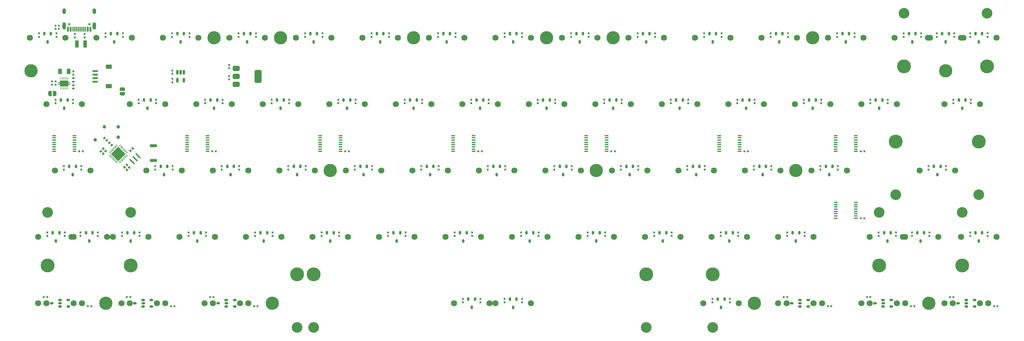
<source format=gbr>
%TF.GenerationSoftware,KiCad,Pcbnew,8.0.6*%
%TF.CreationDate,2024-11-22T07:15:31+07:00*%
%TF.ProjectId,Heart HE 60,48656172-7420-4484-9520-36302e6b6963,rev?*%
%TF.SameCoordinates,Original*%
%TF.FileFunction,Soldermask,Bot*%
%TF.FilePolarity,Negative*%
%FSLAX46Y46*%
G04 Gerber Fmt 4.6, Leading zero omitted, Abs format (unit mm)*
G04 Created by KiCad (PCBNEW 8.0.6) date 2024-11-22 07:15:31*
%MOMM*%
%LPD*%
G01*
G04 APERTURE LIST*
G04 Aperture macros list*
%AMRoundRect*
0 Rectangle with rounded corners*
0 $1 Rounding radius*
0 $2 $3 $4 $5 $6 $7 $8 $9 X,Y pos of 4 corners*
0 Add a 4 corners polygon primitive as box body*
4,1,4,$2,$3,$4,$5,$6,$7,$8,$9,$2,$3,0*
0 Add four circle primitives for the rounded corners*
1,1,$1+$1,$2,$3*
1,1,$1+$1,$4,$5*
1,1,$1+$1,$6,$7*
1,1,$1+$1,$8,$9*
0 Add four rect primitives between the rounded corners*
20,1,$1+$1,$2,$3,$4,$5,0*
20,1,$1+$1,$4,$5,$6,$7,0*
20,1,$1+$1,$6,$7,$8,$9,0*
20,1,$1+$1,$8,$9,$2,$3,0*%
%AMRotRect*
0 Rectangle, with rotation*
0 The origin of the aperture is its center*
0 $1 length*
0 $2 width*
0 $3 Rotation angle, in degrees counterclockwise*
0 Add horizontal line*
21,1,$1,$2,0,0,$3*%
%AMFreePoly0*
4,1,21,-0.125000,1.200000,0.125000,1.200000,0.125000,1.700000,0.375000,1.700000,0.375000,1.200000,0.825000,1.200000,0.825000,-1.200000,0.375000,-1.200000,0.375000,-1.700000,0.125000,-1.700000,0.125000,-1.200000,-0.125000,-1.200000,-0.125000,-1.700000,-0.375000,-1.700000,-0.375000,-1.200000,-0.825000,-1.200000,-0.825000,1.200000,-0.375000,1.200000,-0.375000,1.700000,-0.125000,1.700000,
-0.125000,1.200000,-0.125000,1.200000,$1*%
%AMFreePoly1*
4,1,19,0.500000,-0.750000,0.000000,-0.750000,0.000000,-0.744911,-0.071157,-0.744911,-0.207708,-0.704816,-0.327430,-0.627875,-0.420627,-0.520320,-0.479746,-0.390866,-0.500000,-0.250000,-0.500000,0.250000,-0.479746,0.390866,-0.420627,0.520320,-0.327430,0.627875,-0.207708,0.704816,-0.071157,0.744911,0.000000,0.744911,0.000000,0.750000,0.500000,0.750000,0.500000,-0.750000,0.500000,-0.750000,
$1*%
%AMFreePoly2*
4,1,19,0.000000,0.744911,0.071157,0.744911,0.207708,0.704816,0.327430,0.627875,0.420627,0.520320,0.479746,0.390866,0.500000,0.250000,0.500000,-0.250000,0.479746,-0.390866,0.420627,-0.520320,0.327430,-0.627875,0.207708,-0.704816,0.071157,-0.744911,0.000000,-0.744911,0.000000,-0.750000,-0.500000,-0.750000,-0.500000,0.750000,0.000000,0.750000,0.000000,0.744911,0.000000,0.744911,
$1*%
G04 Aperture macros list end*
%ADD10C,3.800000*%
%ADD11R,0.620000X0.560000*%
%ADD12R,0.560000X0.620000*%
%ADD13RoundRect,0.200000X-0.800000X0.200000X-0.800000X-0.200000X0.800000X-0.200000X0.800000X0.200000X0*%
%ADD14RotRect,0.560000X0.620000X225.000000*%
%ADD15C,1.750000*%
%ADD16RoundRect,0.150000X-0.150000X0.350000X-0.150000X-0.350000X0.150000X-0.350000X0.150000X0.350000X0*%
%ADD17R,1.000000X0.400000*%
%ADD18RoundRect,0.375000X-0.625000X-0.375000X0.625000X-0.375000X0.625000X0.375000X-0.625000X0.375000X0*%
%ADD19RoundRect,0.500000X-0.500000X-1.400000X0.500000X-1.400000X0.500000X1.400000X-0.500000X1.400000X0*%
%ADD20C,1.000000*%
%ADD21RotRect,0.400000X1.900000X225.000000*%
%ADD22RoundRect,0.150000X0.350000X0.150000X-0.350000X0.150000X-0.350000X-0.150000X0.350000X-0.150000X0*%
%ADD23C,3.987800*%
%ADD24C,3.048000*%
%ADD25RoundRect,0.050000X0.247487X-0.176777X-0.176777X0.247487X-0.247487X0.176777X0.176777X-0.247487X0*%
%ADD26RoundRect,0.050000X0.247487X0.176777X0.176777X0.247487X-0.247487X-0.176777X-0.176777X-0.247487X0*%
%ADD27RotRect,2.900000X2.900000X135.000000*%
%ADD28RotRect,0.560000X0.620000X315.000000*%
%ADD29RoundRect,0.060000X-0.060000X0.240000X-0.060000X-0.240000X0.060000X-0.240000X0.060000X0.240000X0*%
%ADD30FreePoly0,270.000000*%
%ADD31R,1.800000X1.200000*%
%ADD32R,1.550000X0.600000*%
%ADD33RotRect,0.560000X0.620000X135.000000*%
%ADD34R,1.000000X1.500000*%
%ADD35C,0.650000*%
%ADD36R,0.600000X1.450000*%
%ADD37R,0.300000X1.450000*%
%ADD38O,1.000000X1.600000*%
%ADD39O,1.000000X2.100000*%
%ADD40RoundRect,0.150000X-0.150000X0.512500X-0.150000X-0.512500X0.150000X-0.512500X0.150000X0.512500X0*%
%ADD41RoundRect,0.135000X-0.185000X0.135000X-0.185000X-0.135000X0.185000X-0.135000X0.185000X0.135000X0*%
%ADD42RoundRect,0.140000X0.170000X-0.140000X0.170000X0.140000X-0.170000X0.140000X-0.170000X-0.140000X0*%
%ADD43FreePoly1,270.000000*%
%ADD44FreePoly2,270.000000*%
%ADD45FreePoly1,0.000000*%
%ADD46FreePoly2,0.000000*%
%ADD47R,1.140000X2.030000*%
G04 APERTURE END LIST*
D10*
%TO.C,H11*%
X219075000Y0D03*
%TD*%
%TO.C,H13*%
X214312500Y-38100000D03*
%TD*%
%TO.C,H14*%
X64293750Y-76200000D03*
%TD*%
%TO.C,H10*%
X161925000Y0D03*
%TD*%
%TO.C,H4*%
X80962500Y-38100000D03*
%TD*%
%TO.C,H18*%
X257175000Y-9525000D03*
%TD*%
%TO.C,H6*%
X16668750Y-76200000D03*
%TD*%
%TO.C,H12*%
X-4762500Y-9525000D03*
%TD*%
%TO.C,H8*%
X142875000Y0D03*
%TD*%
%TO.C,H17*%
X252412500Y-76200000D03*
%TD*%
%TO.C,H9*%
X104775000Y0D03*
%TD*%
%TO.C,H15*%
X202406250Y-76200000D03*
%TD*%
%TO.C,H5*%
X66675000Y0D03*
%TD*%
%TO.C,H3*%
X47625000Y0D03*
%TD*%
%TO.C,H7*%
X157162500Y-38100000D03*
%TD*%
D11*
%TO.C,C33*%
X35600000Y270000D03*
X35600000Y1230000D03*
%TD*%
%TO.C,C73*%
X159662500Y-56880000D03*
X159662500Y-55920000D03*
%TD*%
D12*
%TO.C,C160*%
X258457500Y-74450000D03*
X259417500Y-74450000D03*
%TD*%
D13*
%TO.C,SW1*%
X30300000Y-31000000D03*
X30300000Y-35200000D03*
%TD*%
D11*
%TO.C,C60*%
X150137500Y-37830000D03*
X150137500Y-36870000D03*
%TD*%
D14*
%TO.C,C13*%
X22701357Y-36533623D03*
X22022535Y-37212445D03*
%TD*%
D15*
%TO.C,U25*%
X47942499Y-57150000D03*
X37782501Y-57150000D03*
D16*
X41912500Y-55995000D03*
X42862500Y-58345000D03*
X43812500Y-55995000D03*
%TD*%
D11*
%TO.C,C22*%
X21550000Y270000D03*
X21550000Y1230000D03*
%TD*%
D15*
%TO.C,U23*%
X52704999Y-19050000D03*
X42545001Y-19050000D03*
D16*
X46675000Y-17895000D03*
X47625000Y-20245000D03*
X48575000Y-17895000D03*
%TD*%
D17*
%TO.C,U56*%
X192362500Y-32635938D03*
X192362500Y-31985938D03*
X192362500Y-31335938D03*
X192362500Y-30685938D03*
X192362500Y-30035938D03*
X192362500Y-29385938D03*
X192362500Y-28735938D03*
X192362500Y-28085938D03*
X198162500Y-28085938D03*
X198162500Y-28735938D03*
X198162500Y-29385938D03*
X198162500Y-30035938D03*
X198162500Y-30685938D03*
X198162500Y-31335938D03*
X198162500Y-31985938D03*
X198162500Y-32635938D03*
%TD*%
D11*
%TO.C,C125*%
X126087500Y-37830000D03*
X126087500Y-36870000D03*
%TD*%
%TO.C,C23*%
X31075000Y-18780000D03*
X31075000Y-17820000D03*
%TD*%
D18*
%TO.C,U63*%
X54000000Y-13384344D03*
X54000000Y-11084344D03*
D19*
X60300000Y-11084344D03*
D18*
X54000000Y-8784344D03*
%TD*%
D20*
%TO.C,TP3*%
X13600000Y-29334344D03*
%TD*%
D11*
%TO.C,C18*%
X9643750Y-37830000D03*
X9643750Y-36870000D03*
%TD*%
%TO.C,C123*%
X164187500Y-37830000D03*
X164187500Y-36870000D03*
%TD*%
%TO.C,C17*%
X7262500Y-18780000D03*
X7262500Y-17820000D03*
%TD*%
D15*
%TO.C,U30*%
X76517499Y-38100000D03*
X66357501Y-38100000D03*
D16*
X70487500Y-36945000D03*
X71437500Y-39295000D03*
X72387500Y-36945000D03*
%TD*%
D11*
%TO.C,C105*%
X178475000Y-18780000D03*
X178475000Y-17820000D03*
%TD*%
%TO.C,C99*%
X121325000Y-18780000D03*
X121325000Y-17820000D03*
%TD*%
%TO.C,R3*%
X10550000Y115344D03*
X10550000Y1075344D03*
%TD*%
%TO.C,C122*%
X49887500Y-37830000D03*
X49887500Y-36870000D03*
%TD*%
%TO.C,C71*%
X183475000Y-18780000D03*
X183475000Y-17820000D03*
%TD*%
D21*
%TO.C,Y1*%
X25897479Y-33903186D03*
X25048951Y-34751714D03*
X24200423Y-35600242D03*
%TD*%
D15*
%TO.C,U66*%
X190817499Y-38100000D03*
X180657501Y-38100000D03*
D16*
X184787500Y-36945000D03*
X185737500Y-39295000D03*
X186687500Y-36945000D03*
%TD*%
D11*
%TO.C,C44*%
X92750000Y270000D03*
X92750000Y1230000D03*
%TD*%
%TO.C,C19*%
X4881250Y-56880000D03*
X4881250Y-55920000D03*
%TD*%
D12*
%TO.C,C5*%
X124342500Y-32635938D03*
X123382500Y-32635938D03*
%TD*%
D15*
%TO.C,U75*%
X7461250Y-57150000D03*
X-2698750Y-57150000D03*
D16*
X1431250Y-55995000D03*
X2381250Y-58345000D03*
X3331250Y-55995000D03*
%TD*%
D11*
%TO.C,C24*%
X35837500Y-37830000D03*
X35837500Y-36870000D03*
%TD*%
D15*
%TO.C,U72*%
X209867499Y-38100000D03*
X199707501Y-38100000D03*
D16*
X203837500Y-36945000D03*
X204787500Y-39295000D03*
X205737500Y-36945000D03*
%TD*%
D11*
%TO.C,C117*%
X2262500Y-18780000D03*
X2262500Y-17820000D03*
%TD*%
%TO.C,C30*%
X54887500Y-37830000D03*
X54887500Y-36870000D03*
%TD*%
D15*
%TO.C,U79*%
X219392499Y-57150000D03*
X209232501Y-57150000D03*
D16*
X213362500Y-55995000D03*
X214312500Y-58345000D03*
X215262500Y-55995000D03*
%TD*%
D11*
%TO.C,C128*%
X68937500Y-37830000D03*
X68937500Y-36870000D03*
%TD*%
D15*
%TO.C,U68*%
X267017500Y-76200000D03*
X256857500Y-76200000D03*
D22*
X263092500Y-75250000D03*
X260742500Y-76200000D03*
X263092500Y-77150000D03*
%TD*%
D11*
%TO.C,C56*%
X254675000Y270000D03*
X254675000Y1230000D03*
%TD*%
D17*
%TO.C,U45*%
X116162500Y-32635938D03*
X116162500Y-31985938D03*
X116162500Y-31335938D03*
X116162500Y-30685938D03*
X116162500Y-30035938D03*
X116162500Y-29385938D03*
X116162500Y-28735938D03*
X116162500Y-28085938D03*
X121962500Y-28085938D03*
X121962500Y-28735938D03*
X121962500Y-29385938D03*
X121962500Y-30035938D03*
X121962500Y-30685938D03*
X121962500Y-31335938D03*
X121962500Y-31985938D03*
X121962500Y-32635938D03*
%TD*%
D11*
%TO.C,C50*%
X247531250Y-56880000D03*
X247531250Y-55920000D03*
%TD*%
%TO.C,C35*%
X69175000Y-18780000D03*
X69175000Y-17820000D03*
%TD*%
%TO.C,C36*%
X73937500Y-37830000D03*
X73937500Y-36870000D03*
%TD*%
D15*
%TO.C,U55*%
X143192499Y-57150000D03*
X133032501Y-57150000D03*
D16*
X137162500Y-55995000D03*
X138112500Y-58345000D03*
X139062500Y-55995000D03*
%TD*%
D11*
%TO.C,C58*%
X135850000Y270000D03*
X135850000Y1230000D03*
%TD*%
D15*
%TO.C,U82*%
X233679999Y0D03*
X223520001Y0D03*
D16*
X227650000Y1155000D03*
X228600000Y-1195000D03*
X229550000Y1155000D03*
%TD*%
D12*
%TO.C,C173*%
X272048750Y-77050000D03*
X271088750Y-77050000D03*
%TD*%
D15*
%TO.C,U77*%
X224154999Y-19050000D03*
X213995001Y-19050000D03*
D16*
X218125000Y-17895000D03*
X219075000Y-20245000D03*
X220025000Y-17895000D03*
%TD*%
D11*
%TO.C,C75*%
X245150000Y270000D03*
X245150000Y1230000D03*
%TD*%
D12*
%TO.C,C171*%
X60117500Y-77050000D03*
X59157500Y-77050000D03*
%TD*%
D11*
%TO.C,C129*%
X87987500Y-37830000D03*
X87987500Y-36870000D03*
%TD*%
D12*
%TO.C,C176*%
X224423750Y-77050000D03*
X223463750Y-77050000D03*
%TD*%
D11*
%TO.C,C127*%
X30837500Y-37830000D03*
X30837500Y-36870000D03*
%TD*%
D15*
%TO.C,U58*%
X157479999Y0D03*
X147320001Y0D03*
D16*
X151450000Y1155000D03*
X152400000Y-1195000D03*
X153350000Y1155000D03*
%TD*%
D15*
%TO.C,U31*%
X66992499Y-57150000D03*
X56832501Y-57150000D03*
D16*
X60962500Y-55995000D03*
X61912500Y-58345000D03*
X62862500Y-55995000D03*
%TD*%
D15*
%TO.C,U89*%
X267017500Y-19050000D03*
X256857500Y-19050000D03*
D16*
X260987500Y-17895000D03*
X261937500Y-20245000D03*
X262887500Y-17895000D03*
%TD*%
D15*
%TO.C,U37*%
X86042499Y-57150000D03*
X75882501Y-57150000D03*
D16*
X80012500Y-55995000D03*
X80962500Y-58345000D03*
X81912500Y-55995000D03*
%TD*%
D15*
%TO.C,U18*%
X38417499Y-38100000D03*
X28257501Y-38100000D03*
D16*
X32387500Y-36945000D03*
X33337500Y-39295000D03*
X34287500Y-36945000D03*
%TD*%
D11*
%TO.C,C66*%
X169187500Y-37830000D03*
X169187500Y-36870000D03*
%TD*%
%TO.C,C141*%
X59412500Y-56880000D03*
X59412500Y-55920000D03*
%TD*%
D15*
%TO.C,U65*%
X186054999Y-19050000D03*
X175895001Y-19050000D03*
D16*
X180025000Y-17895000D03*
X180975000Y-20245000D03*
X181925000Y-17895000D03*
%TD*%
D11*
%TO.C,C72*%
X188237500Y-37830000D03*
X188237500Y-36870000D03*
%TD*%
%TO.C,C41*%
X88225000Y-18780000D03*
X88225000Y-17820000D03*
%TD*%
%TO.C,C95*%
X264437500Y-18780000D03*
X264437500Y-17820000D03*
%TD*%
D15*
%TO.C,U10*%
X5079999Y0D03*
X-5079999Y0D03*
D16*
X-950000Y1155000D03*
X0Y-1195000D03*
X950000Y1155000D03*
%TD*%
D11*
%TO.C,C34*%
X59650000Y270000D03*
X59650000Y1230000D03*
%TD*%
D12*
%TO.C,C155*%
X86242500Y-32635938D03*
X85282500Y-32635938D03*
%TD*%
%TO.C,C151*%
X233880000Y-32635938D03*
X232920000Y-32635938D03*
%TD*%
D15*
%TO.C,U26*%
X55086250Y-76200000D03*
X44926250Y-76200000D03*
D22*
X51161250Y-75250000D03*
X48811250Y-76200000D03*
X51161250Y-77150000D03*
%TD*%
D15*
%TO.C,U12*%
X12223750Y-38100000D03*
X2063750Y-38100000D03*
D16*
X6193750Y-36945000D03*
X7143750Y-39295000D03*
X8093750Y-36945000D03*
%TD*%
D11*
%TO.C,C28*%
X40600000Y270000D03*
X40600000Y1230000D03*
%TD*%
D15*
%TO.C,U83*%
X243204999Y-19050000D03*
X233045001Y-19050000D03*
D16*
X237175000Y-17895000D03*
X238125000Y-20245000D03*
X239075000Y-17895000D03*
%TD*%
D11*
%TO.C,C140*%
X135612500Y-56880000D03*
X135612500Y-55920000D03*
%TD*%
D23*
%TO.C,U33*%
X23812500Y-65405000D03*
D24*
X23812500Y-50165000D03*
D15*
X16986250Y-57150000D03*
X6826250Y-57150000D03*
D23*
X0Y-65405000D03*
D24*
X0Y-50165000D03*
D16*
X10956250Y-55995000D03*
X11906250Y-58345000D03*
X12856250Y-55995000D03*
%TD*%
D11*
%TO.C,C96*%
X102275000Y-18780000D03*
X102275000Y-17820000D03*
%TD*%
D25*
%TO.C,U27*%
X22644788Y-33761764D03*
X22361945Y-34044607D03*
X22079103Y-34327449D03*
X21796260Y-34610292D03*
X21513417Y-34893135D03*
X21230574Y-35175978D03*
X20947732Y-35458820D03*
X20664889Y-35741663D03*
D26*
X19816361Y-35741663D03*
X19533518Y-35458820D03*
X19250676Y-35175978D03*
X18967833Y-34893135D03*
X18684990Y-34610292D03*
X18402147Y-34327449D03*
X18119305Y-34044607D03*
X17836462Y-33761764D03*
D25*
X17836462Y-32913236D03*
X18119305Y-32630393D03*
X18402147Y-32347551D03*
X18684990Y-32064708D03*
X18967833Y-31781865D03*
X19250676Y-31499022D03*
X19533518Y-31216180D03*
X19816361Y-30933337D03*
D26*
X20664889Y-30933337D03*
X20947732Y-31216180D03*
X21230574Y-31499022D03*
X21513417Y-31781865D03*
X21796260Y-32064708D03*
X22079103Y-32347551D03*
X22361945Y-32630393D03*
X22644788Y-32913236D03*
D27*
X20240625Y-33337500D03*
%TD*%
D11*
%TO.C,C43*%
X64412500Y-56880000D03*
X64412500Y-55920000D03*
%TD*%
D12*
%TO.C,C2*%
X10042500Y-32635938D03*
X9082500Y-32635938D03*
%TD*%
D11*
%TO.C,C156*%
X252531250Y-56880000D03*
X252531250Y-55920000D03*
%TD*%
%TO.C,C93*%
X26075000Y-18780000D03*
X26075000Y-17820000D03*
%TD*%
%TO.C,C130*%
X4643750Y-37830000D03*
X4643750Y-36870000D03*
%TD*%
D12*
%TO.C,C14*%
X1282500Y-13496875D03*
X2242500Y-13496875D03*
%TD*%
D11*
%TO.C,C89*%
X240625000Y-18780000D03*
X240625000Y-17820000D03*
%TD*%
%TO.C,C177*%
X135850000Y-75930000D03*
X135850000Y-74970000D03*
%TD*%
%TO.C,C63*%
X149900000Y270000D03*
X149900000Y1230000D03*
%TD*%
%TO.C,C88*%
X231100000Y270000D03*
X231100000Y1230000D03*
%TD*%
D17*
%TO.C,U51*%
X154262500Y-32635938D03*
X154262500Y-31985938D03*
X154262500Y-31335938D03*
X154262500Y-30685938D03*
X154262500Y-30035938D03*
X154262500Y-29385938D03*
X154262500Y-28735938D03*
X154262500Y-28085938D03*
X160062500Y-28085938D03*
X160062500Y-28735938D03*
X160062500Y-29385938D03*
X160062500Y-30035938D03*
X160062500Y-30685938D03*
X160062500Y-31335938D03*
X160062500Y-31985938D03*
X160062500Y-32635938D03*
%TD*%
D15*
%TO.C,U17*%
X33654999Y-19050000D03*
X23495001Y-19050000D03*
D16*
X27625000Y-17895000D03*
X28575000Y-20245000D03*
X29525000Y-17895000D03*
%TD*%
D12*
%TO.C,C4*%
X233880000Y-51785938D03*
X232920000Y-51785938D03*
%TD*%
D11*
%TO.C,C37*%
X45362500Y-56880000D03*
X45362500Y-55920000D03*
%TD*%
D20*
%TO.C,TP4*%
X20240625Y-28537500D03*
%TD*%
D11*
%TO.C,C137*%
X192762500Y-56880000D03*
X192762500Y-55920000D03*
%TD*%
%TO.C,C168*%
X14406250Y-56880000D03*
X14406250Y-55920000D03*
%TD*%
D23*
%TO.C,U3*%
X269081250Y-8255000D03*
D24*
X269081250Y6985000D03*
D15*
X262255000Y0D03*
X252095000Y0D03*
D23*
X245268750Y-8255000D03*
D24*
X245268750Y6985000D03*
D16*
X256225000Y1155000D03*
X257175000Y-1195000D03*
X258125000Y1155000D03*
%TD*%
D11*
%TO.C,C113*%
X252293750Y-37830000D03*
X252293750Y-36870000D03*
%TD*%
D28*
%TO.C,C10*%
X17638473Y-30169662D03*
X18317295Y-30848484D03*
%TD*%
D17*
%TO.C,U62*%
X225700000Y-32635938D03*
X225700000Y-31985938D03*
X225700000Y-31335938D03*
X225700000Y-30685938D03*
X225700000Y-30035938D03*
X225700000Y-29385938D03*
X225700000Y-28735938D03*
X225700000Y-28085938D03*
X231500000Y-28085938D03*
X231500000Y-28735938D03*
X231500000Y-29385938D03*
X231500000Y-30035938D03*
X231500000Y-30685938D03*
X231500000Y-31335938D03*
X231500000Y-31985938D03*
X231500000Y-32635938D03*
%TD*%
D11*
%TO.C,C52*%
X116800000Y270000D03*
X116800000Y1230000D03*
%TD*%
%TO.C,C51*%
X-2500000Y270000D03*
X-2500000Y1230000D03*
%TD*%
%TO.C,C85*%
X197762500Y-56880000D03*
X197762500Y-55920000D03*
%TD*%
%TO.C,C31*%
X26312500Y-56880000D03*
X26312500Y-55920000D03*
%TD*%
%TO.C,C124*%
X145137500Y-37830000D03*
X145137500Y-36870000D03*
%TD*%
D15*
%TO.C,U34*%
X81279999Y0D03*
X71120001Y0D03*
D16*
X75250000Y1155000D03*
X76200000Y-1195000D03*
X77150000Y1155000D03*
%TD*%
D15*
%TO.C,U35*%
X90804999Y-19050000D03*
X80645001Y-19050000D03*
D16*
X84775000Y-17895000D03*
X85725000Y-20245000D03*
X86675000Y-17895000D03*
%TD*%
D11*
%TO.C,C53*%
X126325000Y-18780000D03*
X126325000Y-17820000D03*
%TD*%
%TO.C,C80*%
X226100000Y270000D03*
X226100000Y1230000D03*
%TD*%
%TO.C,C107*%
X243006250Y-56880000D03*
X243006250Y-55920000D03*
%TD*%
%TO.C,C139*%
X154662500Y-56880000D03*
X154662500Y-55920000D03*
%TD*%
D12*
%TO.C,C6*%
X48142500Y-32635938D03*
X47182500Y-32635938D03*
%TD*%
D11*
%TO.C,C7*%
X7362500Y-9616875D03*
X7362500Y-10576875D03*
%TD*%
%TO.C,C143*%
X97512500Y-56880000D03*
X97512500Y-55920000D03*
%TD*%
%TO.C,C111*%
X197525000Y-18780000D03*
X197525000Y-17820000D03*
%TD*%
D15*
%TO.C,U6*%
X57467500Y-76200000D03*
X47307500Y-76200000D03*
D22*
X53542500Y-75250000D03*
X51192500Y-76200000D03*
X53542500Y-77150000D03*
%TD*%
D11*
%TO.C,C76*%
X193000000Y270000D03*
X193000000Y1230000D03*
%TD*%
D29*
%TO.C,U85*%
X3762500Y-11696875D03*
X4262500Y-11696875D03*
X4762500Y-11696875D03*
X5262500Y-11696875D03*
X5762500Y-11696875D03*
X5762500Y-14496875D03*
X5262500Y-14496875D03*
X4762500Y-14496875D03*
X4262500Y-14496875D03*
X3762500Y-14496875D03*
D30*
X4762500Y-13096875D03*
%TD*%
D12*
%TO.C,C169*%
X12492500Y-77050000D03*
X11532500Y-77050000D03*
%TD*%
D11*
%TO.C,C45*%
X111800000Y270000D03*
X111800000Y1230000D03*
%TD*%
%TO.C,C67*%
X140612500Y-56880000D03*
X140612500Y-55920000D03*
%TD*%
%TO.C,C133*%
X40362500Y-56880000D03*
X40362500Y-55920000D03*
%TD*%
%TO.C,C29*%
X50125000Y-18780000D03*
X50125000Y-17820000D03*
%TD*%
D15*
%TO.C,U36*%
X95567499Y-38100000D03*
X85407501Y-38100000D03*
D16*
X89537500Y-36945000D03*
X90487500Y-39295000D03*
X91437500Y-36945000D03*
%TD*%
D15*
%TO.C,U70*%
X195579999Y0D03*
X185420001Y0D03*
D16*
X189550000Y1155000D03*
X190500000Y-1195000D03*
X191450000Y1155000D03*
%TD*%
D15*
%TO.C,U8*%
X219392500Y-76200000D03*
X209232500Y-76200000D03*
D22*
X215467500Y-75250000D03*
X213117500Y-76200000D03*
X215467500Y-77150000D03*
%TD*%
D15*
%TO.C,U43*%
X105092499Y-57150000D03*
X94932501Y-57150000D03*
D16*
X99062500Y-55995000D03*
X100012500Y-58345000D03*
X100962500Y-55995000D03*
%TD*%
D15*
%TO.C,U15*%
X197961250Y-76200000D03*
X187801250Y-76200000D03*
D16*
X191931250Y-75045000D03*
X192881250Y-77395000D03*
X193831250Y-75045000D03*
%TD*%
D11*
%TO.C,R2*%
X7799999Y115344D03*
X7799999Y1075344D03*
%TD*%
%TO.C,C79*%
X178712500Y-56880000D03*
X178712500Y-55920000D03*
%TD*%
D15*
%TO.C,U52*%
X138429999Y0D03*
X128270001Y0D03*
D16*
X132400000Y1155000D03*
X133350000Y-1195000D03*
X134300000Y1155000D03*
%TD*%
D15*
%TO.C,U97*%
X271779999Y-57150000D03*
X261620001Y-57150000D03*
D16*
X265750000Y-55995000D03*
X266700000Y-58345000D03*
X267650000Y-55995000D03*
%TD*%
D15*
%TO.C,U22*%
X43179999Y0D03*
X33020001Y0D03*
D16*
X37150000Y1155000D03*
X38100000Y-1195000D03*
X39050000Y1155000D03*
%TD*%
D11*
%TO.C,C97*%
X216812500Y-56880000D03*
X216812500Y-55920000D03*
%TD*%
D15*
%TO.C,U5*%
X33655000Y-76200000D03*
X23495000Y-76200000D03*
D22*
X29730000Y-75250000D03*
X27380000Y-76200000D03*
X29730000Y-77150000D03*
%TD*%
D15*
%TO.C,U67*%
X181292499Y-57150000D03*
X171132501Y-57150000D03*
D16*
X175262500Y-55995000D03*
X176212500Y-58345000D03*
X177162500Y-55995000D03*
%TD*%
D11*
%TO.C,C126*%
X107037500Y-37830000D03*
X107037500Y-36870000D03*
%TD*%
D15*
%TO.C,U54*%
X152717499Y-38100000D03*
X142557501Y-38100000D03*
D16*
X146687500Y-36945000D03*
X147637500Y-39295000D03*
X148587500Y-36945000D03*
%TD*%
D15*
%TO.C,U53*%
X147954999Y-19050000D03*
X137795001Y-19050000D03*
D16*
X141925000Y-17895000D03*
X142875000Y-20245000D03*
X143825000Y-17895000D03*
%TD*%
D11*
%TO.C,C64*%
X154900000Y270000D03*
X154900000Y1230000D03*
%TD*%
D15*
%TO.C,U29*%
X71754999Y-19050000D03*
X61595001Y-19050000D03*
D16*
X65725000Y-17895000D03*
X66675000Y-20245000D03*
X67625000Y-17895000D03*
%TD*%
D11*
%TO.C,C49*%
X83462500Y-56880000D03*
X83462500Y-55920000D03*
%TD*%
%TO.C,C82*%
X212050000Y270000D03*
X212050000Y1230000D03*
%TD*%
%TO.C,C138*%
X173712500Y-56880000D03*
X173712500Y-55920000D03*
%TD*%
D31*
%TO.C,J2*%
X17513610Y-8284344D03*
X17513610Y-13884344D03*
D32*
X13638610Y-9584344D03*
X13638611Y-10584344D03*
X13638611Y-11584344D03*
X13638610Y-12584344D03*
%TD*%
D15*
%TO.C,U14*%
X7461250Y-76200000D03*
X-2698750Y-76200000D03*
D22*
X3536250Y-75250000D03*
X1186250Y-76200000D03*
X3536250Y-77150000D03*
%TD*%
D11*
%TO.C,C55*%
X102512500Y-56880000D03*
X102512500Y-55920000D03*
%TD*%
%TO.C,C38*%
X54650000Y270000D03*
X54650000Y1230000D03*
%TD*%
D15*
%TO.C,U40*%
X100329999Y0D03*
X90170001Y0D03*
D16*
X94300000Y1155000D03*
X95250000Y-1195000D03*
X96200000Y1155000D03*
%TD*%
D12*
%TO.C,C158*%
X210832500Y-74450000D03*
X211792500Y-74450000D03*
%TD*%
D33*
%TO.C,R35*%
X16620238Y-32545540D03*
X15941416Y-31866718D03*
%TD*%
D15*
%TO.C,U39*%
X243205000Y-76200000D03*
X233045000Y-76200000D03*
D22*
X239280000Y-75250000D03*
X236930000Y-76200000D03*
X239280000Y-77150000D03*
%TD*%
D11*
%TO.C,C46*%
X97750000Y270000D03*
X97750000Y1230000D03*
%TD*%
%TO.C,C69*%
X188000000Y270000D03*
X188000000Y1230000D03*
%TD*%
D12*
%TO.C,C149*%
X46526250Y-74450000D03*
X47486250Y-74450000D03*
%TD*%
%TO.C,C1*%
X3230000Y2499999D03*
X2270000Y2499999D03*
%TD*%
D11*
%TO.C,C74*%
X207050000Y270000D03*
X207050000Y1230000D03*
%TD*%
D17*
%TO.C,U2*%
X1862500Y-32635938D03*
X1862500Y-31985938D03*
X1862500Y-31335938D03*
X1862500Y-30685938D03*
X1862500Y-30035938D03*
X1862500Y-29385938D03*
X1862500Y-28735938D03*
X1862500Y-28085938D03*
X7662500Y-28085938D03*
X7662500Y-28735938D03*
X7662500Y-29385938D03*
X7662500Y-30035938D03*
X7662500Y-30685938D03*
X7662500Y-31335938D03*
X7662500Y-31985938D03*
X7662500Y-32635938D03*
%TD*%
D11*
%TO.C,C163*%
X130850000Y-75930000D03*
X130850000Y-74970000D03*
%TD*%
%TO.C,C32*%
X35700000Y-11804344D03*
X35700000Y-12764344D03*
%TD*%
D15*
%TO.C,U47*%
X128904999Y-19050000D03*
X118745001Y-19050000D03*
D16*
X122875000Y-17895000D03*
X123825000Y-20245000D03*
X124775000Y-17895000D03*
%TD*%
D11*
%TO.C,C112*%
X216575000Y-18780000D03*
X216575000Y-17820000D03*
%TD*%
%TO.C,C68*%
X168950000Y270000D03*
X168950000Y1230000D03*
%TD*%
%TO.C,C27*%
X16550000Y270000D03*
X16550000Y1230000D03*
%TD*%
D12*
%TO.C,R1*%
X3230000Y3499999D03*
X2270000Y3499999D03*
%TD*%
D15*
%TO.C,U71*%
X205104999Y-19050000D03*
X194945001Y-19050000D03*
D16*
X199075000Y-17895000D03*
X200025000Y-20245000D03*
X200975000Y-17895000D03*
%TD*%
D11*
%TO.C,C94*%
X250150000Y270000D03*
X250150000Y1230000D03*
%TD*%
%TO.C,C15*%
X259675000Y270000D03*
X259675000Y1230000D03*
%TD*%
D34*
%TO.C,L1*%
X6012500Y-9696875D03*
X3512500Y-9696875D03*
%TD*%
D11*
%TO.C,C142*%
X78462500Y-56880000D03*
X78462500Y-55920000D03*
%TD*%
D12*
%TO.C,C20*%
X1282500Y-12496875D03*
X2242500Y-12496875D03*
%TD*%
D15*
%TO.C,U80*%
X28892499Y-57150000D03*
X18732501Y-57150000D03*
D16*
X22862500Y-55995000D03*
X23812500Y-58345000D03*
X24762500Y-55995000D03*
%TD*%
D35*
%TO.C,USB1*%
X6160000Y3931000D03*
X11940000Y3931000D03*
D36*
X5825000Y2486000D03*
X6600000Y2486000D03*
D37*
X7300000Y2486000D03*
X7800000Y2486000D03*
X8300000Y2486000D03*
X8800000Y2486000D03*
X9300000Y2486000D03*
X9800000Y2486000D03*
X10300000Y2486000D03*
X10800000Y2486000D03*
D36*
X11500000Y2486000D03*
X12275000Y2486000D03*
D38*
X4730000Y7581000D03*
D39*
X4730000Y3401000D03*
D38*
X13370000Y7581000D03*
D39*
X13370000Y3401000D03*
%TD*%
D11*
%TO.C,C90*%
X257293750Y-37830000D03*
X257293750Y-36870000D03*
%TD*%
%TO.C,C114*%
X235625000Y-18780000D03*
X235625000Y-17820000D03*
%TD*%
D40*
%TO.C,U19*%
X37150000Y-9946844D03*
X38100000Y-9946844D03*
X39050000Y-9946844D03*
X39050000Y-12221844D03*
X37150000Y-12221844D03*
%TD*%
D15*
%TO.C,U28*%
X62229999Y0D03*
X52070001Y0D03*
D16*
X56200000Y1155000D03*
X57150000Y-1195000D03*
X58100000Y1155000D03*
%TD*%
D12*
%TO.C,C172*%
X248236250Y-77050000D03*
X247276250Y-77050000D03*
%TD*%
D11*
%TO.C,C92*%
X83225000Y-18780000D03*
X83225000Y-17820000D03*
%TD*%
%TO.C,C101*%
X140375000Y-18780000D03*
X140375000Y-17820000D03*
%TD*%
D15*
%TO.C,U94*%
X271779999Y0D03*
X261620001Y0D03*
D16*
X265750000Y1155000D03*
X266700000Y-1195000D03*
X267650000Y1155000D03*
%TD*%
D15*
%TO.C,U42*%
X114617499Y-38100000D03*
X104457501Y-38100000D03*
D16*
X108587500Y-36945000D03*
X109537500Y-39295000D03*
X110487500Y-36945000D03*
%TD*%
D11*
%TO.C,C59*%
X145375000Y-18780000D03*
X145375000Y-17820000D03*
%TD*%
D17*
%TO.C,U38*%
X78062500Y-32635938D03*
X78062500Y-31985938D03*
X78062500Y-31335938D03*
X78062500Y-30685938D03*
X78062500Y-30035938D03*
X78062500Y-29385938D03*
X78062500Y-28735938D03*
X78062500Y-28085938D03*
X83862500Y-28085938D03*
X83862500Y-28735938D03*
X83862500Y-29385938D03*
X83862500Y-30035938D03*
X83862500Y-30685938D03*
X83862500Y-31335938D03*
X83862500Y-31985938D03*
X83862500Y-32635938D03*
%TD*%
D15*
%TO.C,U4*%
X9842500Y-76200000D03*
X-317500Y-76200000D03*
D22*
X5917500Y-75250000D03*
X3567500Y-76200000D03*
X5917500Y-77150000D03*
%TD*%
D15*
%TO.C,U91*%
X245586250Y-57150000D03*
X235426250Y-57150000D03*
D16*
X239556250Y-55995000D03*
X240506250Y-58345000D03*
X241456250Y-55995000D03*
%TD*%
D15*
%TO.C,U11*%
X9842500Y-19050000D03*
X-317500Y-19050000D03*
D16*
X3812500Y-17895000D03*
X4762500Y-20245000D03*
X5712500Y-17895000D03*
%TD*%
D11*
%TO.C,C40*%
X78700000Y270000D03*
X78700000Y1230000D03*
%TD*%
%TO.C,C132*%
X-118750Y-56880000D03*
X-118750Y-55920000D03*
%TD*%
D20*
%TO.C,TP1*%
X16240625Y-25537500D03*
%TD*%
D11*
%TO.C,C108*%
X269200000Y-56880000D03*
X269200000Y-55920000D03*
%TD*%
%TO.C,C78*%
X207287500Y-37830000D03*
X207287500Y-36870000D03*
%TD*%
%TO.C,C100*%
X269200000Y270000D03*
X269200000Y1230000D03*
%TD*%
%TO.C,C144*%
X116562500Y-56880000D03*
X116562500Y-55920000D03*
%TD*%
D17*
%TO.C,U32*%
X39962500Y-32635938D03*
X39962500Y-31985938D03*
X39962500Y-31335938D03*
X39962500Y-30685938D03*
X39962500Y-30035938D03*
X39962500Y-29385938D03*
X39962500Y-28735938D03*
X39962500Y-28085938D03*
X45762500Y-28085938D03*
X45762500Y-28735938D03*
X45762500Y-29385938D03*
X45762500Y-30035938D03*
X45762500Y-30685938D03*
X45762500Y-31335938D03*
X45762500Y-31985938D03*
X45762500Y-32635938D03*
%TD*%
D15*
%TO.C,U73*%
X200342499Y-57150000D03*
X190182501Y-57150000D03*
D16*
X194312500Y-55995000D03*
X195262500Y-58345000D03*
X196212500Y-55995000D03*
%TD*%
D23*
%TO.C,U57*%
X261937500Y-65405000D03*
D24*
X261937500Y-50165000D03*
D15*
X255111250Y-57150000D03*
X244951250Y-57150000D03*
D23*
X238125000Y-65405000D03*
D24*
X238125000Y-50165000D03*
D16*
X249081250Y-55995000D03*
X250031250Y-58345000D03*
X250981250Y-55995000D03*
%TD*%
D23*
%TO.C,U84*%
X266700001Y-29845000D03*
D24*
X266700000Y-45085000D03*
D15*
X259873749Y-38100000D03*
X249713751Y-38100000D03*
D24*
X242887500Y-45085000D03*
D23*
X242887499Y-29845000D03*
D16*
X253843750Y-36945000D03*
X254793750Y-39295000D03*
X255743750Y-36945000D03*
%TD*%
D15*
%TO.C,U41*%
X109854999Y-19050000D03*
X99695001Y-19050000D03*
D16*
X103825000Y-17895000D03*
X104775000Y-20245000D03*
X105725000Y-17895000D03*
%TD*%
D15*
%TO.C,U48*%
X133667499Y-38100000D03*
X123507501Y-38100000D03*
D16*
X127637500Y-36945000D03*
X128587500Y-39295000D03*
X129537500Y-36945000D03*
%TD*%
D11*
%TO.C,C57*%
X130850000Y270000D03*
X130850000Y1230000D03*
%TD*%
%TO.C,C65*%
X164425000Y-18780000D03*
X164425000Y-17820000D03*
%TD*%
D15*
%TO.C,U60*%
X171767499Y-38100000D03*
X161607501Y-38100000D03*
D16*
X165737500Y-36945000D03*
X166687500Y-39295000D03*
X167637500Y-36945000D03*
%TD*%
D12*
%TO.C,C147*%
X-1098750Y-74450000D03*
X-138750Y-74450000D03*
%TD*%
%TO.C,C170*%
X36305000Y-77050000D03*
X35345000Y-77050000D03*
%TD*%
D11*
%TO.C,C25*%
X51950000Y-11964344D03*
X51950000Y-11004344D03*
%TD*%
D15*
%TO.C,U64*%
X176529999Y0D03*
X166370001Y0D03*
D16*
X170500000Y1155000D03*
X171450000Y-1195000D03*
X172400000Y1155000D03*
%TD*%
D12*
%TO.C,C154*%
X162442500Y-32635938D03*
X161482500Y-32635938D03*
%TD*%
D24*
%TO.C,U7*%
X190500000Y-83185000D03*
D23*
X190500000Y-67945000D03*
D15*
X138430000Y-76200000D03*
X128270000Y-76200000D03*
D24*
X76200000Y-83185000D03*
D23*
X76200000Y-67945000D03*
D16*
X132400000Y-75045000D03*
X133350000Y-77395000D03*
X134300000Y-75045000D03*
%TD*%
D15*
%TO.C,U59*%
X167004999Y-19050000D03*
X156845001Y-19050000D03*
D16*
X160975000Y-17895000D03*
X161925000Y-20245000D03*
X162875000Y-17895000D03*
%TD*%
D11*
%TO.C,C70*%
X173950000Y270000D03*
X173950000Y1230000D03*
%TD*%
%TO.C,C119*%
X221337500Y-37830000D03*
X221337500Y-36870000D03*
%TD*%
D17*
%TO.C,U69*%
X225700000Y-51785938D03*
X225700000Y-51135938D03*
X225700000Y-50485938D03*
X225700000Y-49835938D03*
X225700000Y-49185938D03*
X225700000Y-48535938D03*
X225700000Y-47885938D03*
X225700000Y-47235938D03*
X231500000Y-47235938D03*
X231500000Y-47885938D03*
X231500000Y-48535938D03*
X231500000Y-49185938D03*
X231500000Y-49835938D03*
X231500000Y-50485938D03*
X231500000Y-51135938D03*
X231500000Y-51785938D03*
%TD*%
D15*
%TO.C,U78*%
X228917499Y-38100000D03*
X218757501Y-38100000D03*
D16*
X222887500Y-36945000D03*
X223837500Y-39295000D03*
X224787500Y-36945000D03*
%TD*%
D11*
%TO.C,C131*%
X9406250Y-56880000D03*
X9406250Y-55920000D03*
%TD*%
D14*
%TO.C,C11*%
X23393435Y-37225702D03*
X22714613Y-37904524D03*
%TD*%
D15*
%TO.C,U16*%
X24129999Y0D03*
X13970001Y0D03*
D16*
X18100000Y1155000D03*
X19050000Y-1195000D03*
X20000000Y1155000D03*
%TD*%
D11*
%TO.C,C77*%
X202525000Y-18780000D03*
X202525000Y-17820000D03*
%TD*%
%TO.C,C157*%
X190381250Y-75930000D03*
X190381250Y-74970000D03*
%TD*%
%TO.C,C16*%
X2500000Y270000D03*
X2500000Y1230000D03*
%TD*%
%TO.C,C83*%
X221575000Y-18780000D03*
X221575000Y-17820000D03*
%TD*%
D41*
%TO.C,R113*%
X7362500Y-11586875D03*
X7362500Y-12606875D03*
%TD*%
D11*
%TO.C,C87*%
X45125000Y-18780000D03*
X45125000Y-17820000D03*
%TD*%
%TO.C,C39*%
X73700000Y270000D03*
X73700000Y1230000D03*
%TD*%
%TO.C,C146*%
X21312500Y-56880000D03*
X21312500Y-55920000D03*
%TD*%
%TO.C,C26*%
X35700000Y-10364344D03*
X35700000Y-9404344D03*
%TD*%
%TO.C,C54*%
X131087500Y-37830000D03*
X131087500Y-36870000D03*
%TD*%
%TO.C,C136*%
X211812500Y-56880000D03*
X211812500Y-55920000D03*
%TD*%
%TO.C,C102*%
X159425000Y-18780000D03*
X159425000Y-17820000D03*
%TD*%
%TO.C,C47*%
X107275000Y-18780000D03*
X107275000Y-17820000D03*
%TD*%
%TO.C,C153*%
X118943750Y-75930000D03*
X118943750Y-74970000D03*
%TD*%
D42*
%TO.C,C165*%
X7362500Y-14576875D03*
X7362500Y-13616875D03*
%TD*%
D15*
%TO.C,U88*%
X252729999Y0D03*
X242570001Y0D03*
D16*
X246700000Y1155000D03*
X247650000Y-1195000D03*
X248600000Y1155000D03*
%TD*%
D43*
%TO.C,JP1*%
X21425000Y-14750000D03*
D44*
X21425000Y-16050000D03*
%TD*%
D15*
%TO.C,U49*%
X124142499Y-57150000D03*
X113982501Y-57150000D03*
D16*
X118112500Y-55995000D03*
X119062500Y-58345000D03*
X120012500Y-55995000D03*
%TD*%
D15*
%TO.C,U20*%
X31273750Y-76200000D03*
X21113750Y-76200000D03*
D22*
X27348750Y-75250000D03*
X24998750Y-76200000D03*
X27348750Y-77150000D03*
%TD*%
D15*
%TO.C,U50*%
X245586250Y-76200000D03*
X235426250Y-76200000D03*
D22*
X241661250Y-75250000D03*
X239311250Y-76200000D03*
X241661250Y-77150000D03*
%TD*%
D11*
%TO.C,C134*%
X238006250Y-56880000D03*
X238006250Y-55920000D03*
%TD*%
D12*
%TO.C,C152*%
X200542500Y-32635938D03*
X199582500Y-32635938D03*
%TD*%
D15*
%TO.C,U61*%
X162242499Y-57150000D03*
X152082501Y-57150000D03*
D16*
X156212500Y-55995000D03*
X157162500Y-58345000D03*
X158112500Y-55995000D03*
%TD*%
D24*
%TO.C,U44*%
X171443650Y-83185000D03*
D23*
X171443650Y-67945000D03*
D15*
X126523750Y-76200000D03*
X116363750Y-76200000D03*
D24*
X71443850Y-83185000D03*
D23*
X71443850Y-67945000D03*
D16*
X120493750Y-75045000D03*
X121443750Y-77395000D03*
X122393750Y-75045000D03*
%TD*%
D11*
%TO.C,C81*%
X264200000Y270000D03*
X264200000Y1230000D03*
%TD*%
D15*
%TO.C,U46*%
X119379999Y0D03*
X109220001Y0D03*
D16*
X113350000Y1155000D03*
X114300000Y-1195000D03*
X115250000Y1155000D03*
%TD*%
D14*
%TO.C,C9*%
X24398413Y-31725297D03*
X23719591Y-32404119D03*
%TD*%
D15*
%TO.C,U76*%
X214629999Y0D03*
X204470001Y0D03*
D16*
X208600000Y1155000D03*
X209550000Y-1195000D03*
X210500000Y1155000D03*
%TD*%
D45*
%TO.C,JP2*%
X700000Y-16000000D03*
D46*
X2000000Y-16000000D03*
%TD*%
D12*
%TO.C,C148*%
X22713750Y-74450000D03*
X23673750Y-74450000D03*
%TD*%
D11*
%TO.C,C91*%
X64175000Y-18780000D03*
X64175000Y-17820000D03*
%TD*%
D12*
%TO.C,C159*%
X234645000Y-74450000D03*
X235605000Y-74450000D03*
%TD*%
D15*
%TO.C,U21*%
X221773750Y-76200000D03*
X211613750Y-76200000D03*
D22*
X217848750Y-75250000D03*
X215498750Y-76200000D03*
X217848750Y-77150000D03*
%TD*%
D11*
%TO.C,C178*%
X123943750Y-75930000D03*
X123943750Y-74970000D03*
%TD*%
%TO.C,C175*%
X195381250Y-75930000D03*
X195381250Y-74970000D03*
%TD*%
%TO.C,C121*%
X183237500Y-37830000D03*
X183237500Y-36870000D03*
%TD*%
D20*
%TO.C,TP2*%
X20240625Y-25537500D03*
%TD*%
D11*
%TO.C,C61*%
X121562500Y-56880000D03*
X121562500Y-55920000D03*
%TD*%
D47*
%TO.C,F1*%
X8350000Y-1819000D03*
X10750000Y-1819000D03*
%TD*%
D11*
%TO.C,C84*%
X226337500Y-37830000D03*
X226337500Y-36870000D03*
%TD*%
D33*
%TO.C,R30*%
X15913132Y-33252647D03*
X15234310Y-32573825D03*
%TD*%
D28*
%TO.C,C8*%
X16260589Y-28760589D03*
X16939411Y-29439411D03*
%TD*%
D15*
%TO.C,U24*%
X57467499Y-38100000D03*
X47307501Y-38100000D03*
D16*
X51437500Y-36945000D03*
X52387500Y-39295000D03*
X53337500Y-36945000D03*
%TD*%
D15*
%TO.C,U74*%
X269398750Y-76200000D03*
X259238750Y-76200000D03*
D22*
X265473750Y-75250000D03*
X263123750Y-76200000D03*
X265473750Y-77150000D03*
%TD*%
D11*
%TO.C,C135*%
X264200000Y-56880000D03*
X264200000Y-55920000D03*
%TD*%
%TO.C,C42*%
X92987500Y-37830000D03*
X92987500Y-36870000D03*
%TD*%
%TO.C,C48*%
X112037500Y-37830000D03*
X112037500Y-36870000D03*
%TD*%
%TO.C,C21*%
X51950000Y-7804344D03*
X51950000Y-8764344D03*
%TD*%
%TO.C,C120*%
X202287500Y-37830000D03*
X202287500Y-36870000D03*
%TD*%
%TO.C,C115*%
X259437500Y-18780000D03*
X259437500Y-17820000D03*
%TD*%
M02*

</source>
